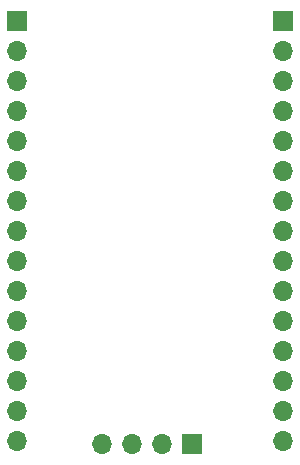
<source format=gbr>
%TF.GenerationSoftware,KiCad,Pcbnew,(6.0.0)*%
%TF.CreationDate,2022-05-02T13:28:23+02:00*%
%TF.ProjectId,STM8_Breakout-board,53544d38-5f42-4726-9561-6b6f75742d62,rev?*%
%TF.SameCoordinates,PX7e5ca20PY62fdcc0*%
%TF.FileFunction,Soldermask,Bot*%
%TF.FilePolarity,Negative*%
%FSLAX46Y46*%
G04 Gerber Fmt 4.6, Leading zero omitted, Abs format (unit mm)*
G04 Created by KiCad (PCBNEW (6.0.0)) date 2022-05-02 13:28:23*
%MOMM*%
%LPD*%
G01*
G04 APERTURE LIST*
%ADD10R,1.700000X1.700000*%
%ADD11O,1.700000X1.700000*%
G04 APERTURE END LIST*
D10*
%TO.C,J1*%
X24000000Y38420000D03*
D11*
X24000000Y35880000D03*
X24000000Y33340000D03*
X24000000Y30800000D03*
X24000000Y28260000D03*
X24000000Y25720000D03*
X24000000Y23180000D03*
X24000000Y20640000D03*
X24000000Y18100000D03*
X24000000Y15560000D03*
X24000000Y13020000D03*
X24000000Y10480000D03*
X24000000Y7940000D03*
X24000000Y5400000D03*
X24000000Y2860000D03*
%TD*%
D10*
%TO.C,J2*%
X16300000Y2600000D03*
D11*
X13760000Y2600000D03*
X11220000Y2600000D03*
X8680000Y2600000D03*
%TD*%
D10*
%TO.C,J3*%
X1500000Y38400000D03*
D11*
X1500000Y35860000D03*
X1500000Y33320000D03*
X1500000Y30780000D03*
X1500000Y28240000D03*
X1500000Y25700000D03*
X1500000Y23160000D03*
X1500000Y20620000D03*
X1500000Y18080000D03*
X1500000Y15540000D03*
X1500000Y13000000D03*
X1500000Y10460000D03*
X1500000Y7920000D03*
X1500000Y5380000D03*
X1500000Y2840000D03*
%TD*%
M02*

</source>
